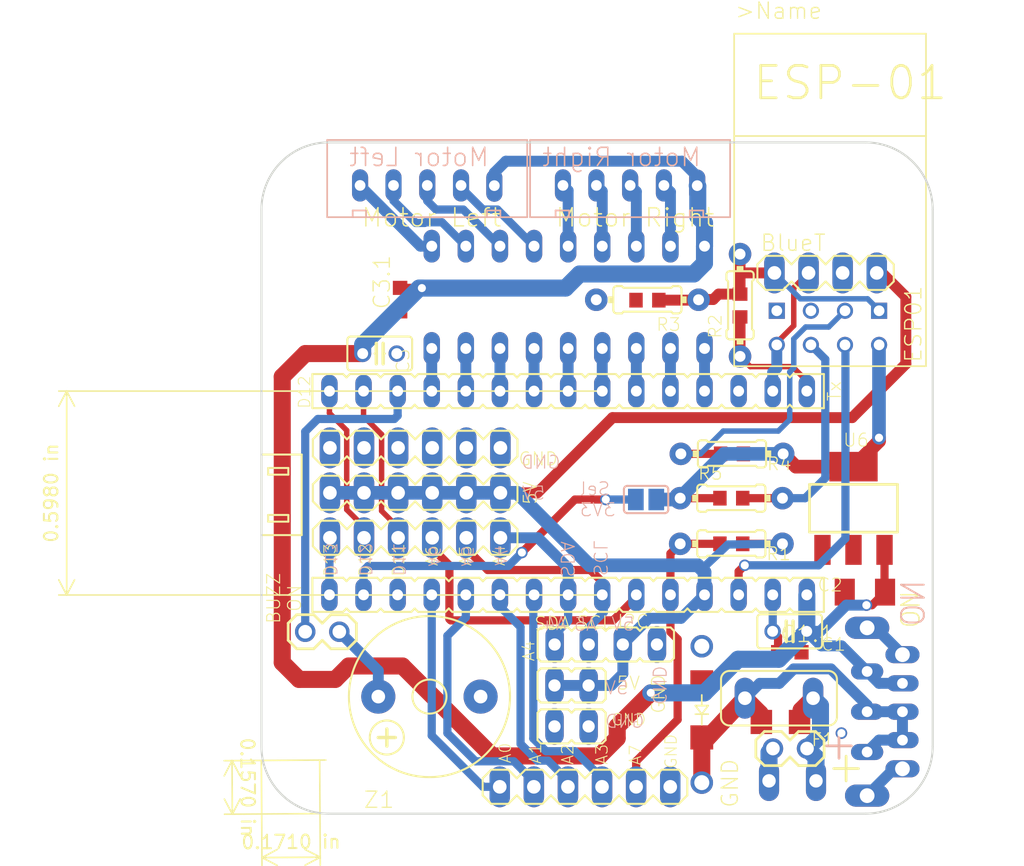
<source format=kicad_pcb>
(kicad_pcb (version 20171130) (host pcbnew 5.1.0-rc1-unknown-ec59361f~76~ubuntu18.04.1)
  (layers (0 Top signal) (31 Bottom signal) (34 B.Paste user) (35 F.Paste user) (36 B.SilkS user) (37 F.SilkS user) (38 B.Mask user) (39 F.Mask user) (44 Edge.Cuts user))
  (net 0 "")
  (net 1 GND)
  (net 2 /ML1)
  (net 3 /ML2)
  (net 4 /ML3)
  (net 5 /ML4)
  (net 6 /MR1)
  (net 7 /MR2)
  (net 8 /MR3)
  (net 9 /MR4)
  (net 10 /RAW)
  (net 11 /D5)
  (net 12 /D4)
  (net 13 /D6)
  (net 14 /D7)
  (net 15 /D2)
  (net 16 /D3)
  (net 17 /D8)
  (net 18 /D9)
  (net 19 "Net-(JP1-Pad1)")
  (net 20 /5V)
  (net 21 /RX)
  (net 22 /TX3V3)
  (net 23 /3V3)
  (net 24 "Net-(R5-Pad2)")
  (net 25 /RST)
  (net 26 /CH)
  (net 27 /VIN)
  (net 28 /N$6)
  (net 29 /N$9)
  (net 30 /D13)
  (net 31 /3.3V)
  (net 32 /A0)
  (net 33 /A1)
  (net 34 /A2)
  (net 35 /A3)
  (net 36 /A4)
  (net 37 /A5)
  (net 38 /A6)
  (net 39 /A7)
  (net 40 /D12)
  (net 41 /D11)
  (net 42 /D10)
  (net 43 /TX)
  (net 44 "Net-(F1-Pad1)")
  (module Escorna_CPU_1_20:DIL18 (layer Top) (at 146.3456 91.5421)
    (fp_text reference IC1)
    (fp_text value ULN2803)
    (pad 18 thru_hole oval (at -10.16 -3.81 90) (size 2.4384 1.2192) (drill 0.8128) (layers *.Cu *.Mask) (net 2 /ML1))
    (pad 17 thru_hole oval (at -7.62 -3.81 90) (size 2.4384 1.2192) (drill 0.8128) (layers *.Cu *.Mask) (net 3 /ML2))
    (pad 16 thru_hole oval (at -5.08 -3.81 90) (size 2.4384 1.2192) (drill 0.8128) (layers *.Cu *.Mask) (net 4 /ML3))
    (pad 15 thru_hole oval (at -2.54 -3.81 90) (size 2.4384 1.2192) (drill 0.8128) (layers *.Cu *.Mask) (net 5 /ML4))
    (pad 14 thru_hole oval (at 0 -3.81 90) (size 2.4384 1.2192) (drill 0.8128) (layers *.Cu *.Mask) (net 6 /MR1))
    (pad 13 thru_hole oval (at 2.54 -3.81 90) (size 2.4384 1.2192) (drill 0.8128) (layers *.Cu *.Mask) (net 7 /MR2))
    (pad 12 thru_hole oval (at 5.08 -3.81 90) (size 2.4384 1.2192) (drill 0.8128) (layers *.Cu *.Mask) (net 8 /MR3))
    (pad 11 thru_hole oval (at 7.62 -3.81 90) (size 2.4384 1.2192) (drill 0.8128) (layers *.Cu *.Mask) (net 9 /MR4))
    (pad 10 thru_hole oval (at 10.16 -3.81 90) (size 2.4384 1.2192) (drill 0.8128) (layers *.Cu *.Mask) (net 10 /RAW))
    (pad 9 thru_hole oval (at 10.16 3.81 90) (size 2.4384 1.2192) (drill 0.8128) (layers *.Cu *.Mask) (net 1 GND))
    (pad 5 thru_hole oval (at 0 3.81 90) (size 2.4384 1.2192) (drill 0.8128) (layers *.Cu *.Mask) (net 11 /D5))
    (pad 6 thru_hole oval (at 2.54 3.81 90) (size 2.4384 1.2192) (drill 0.8128) (layers *.Cu *.Mask) (net 12 /D4))
    (pad 4 thru_hole oval (at -2.54 3.81 90) (size 2.4384 1.2192) (drill 0.8128) (layers *.Cu *.Mask) (net 13 /D6))
    (pad 3 thru_hole oval (at -5.08 3.81 90) (size 2.4384 1.2192) (drill 0.8128) (layers *.Cu *.Mask) (net 14 /D7))
    (pad 8 thru_hole oval (at 7.62 3.81 90) (size 2.4384 1.2192) (drill 0.8128) (layers *.Cu *.Mask) (net 15 /D2))
    (pad 7 thru_hole oval (at 5.08 3.81 90) (size 2.4384 1.2192) (drill 0.8128) (layers *.Cu *.Mask) (net 16 /D3))
    (pad 2 thru_hole oval (at -7.62 3.81 90) (size 2.4384 1.2192) (drill 0.8128) (layers *.Cu *.Mask) (net 17 /D8))
    (pad 1 thru_hole oval (at -10.16 3.81 90) (size 2.4384 1.2192) (drill 0.8128) (layers *.Cu *.Mask) (net 18 /D9))
  )
  (module Escorna_CPU_1_20:DO41-10 (layer Top) (at 156.3011 122.6136 90)
    (fp_text reference D1)
    (fp_text value 1N5817 hide)
    (pad C thru_hole circle (at -5.08 0 90) (size 1.6764 1.6764) (drill 1.1176) (layers *.Cu *.Mask) (net 27 /VIN))
    (pad A thru_hole circle (at 5.08 0 90) (size 1.6764 1.6764) (drill 1.1176) (layers *.Cu *.Mask) (net 1 GND))
  )
  (module Escorna_CPU_1_20:AK550_2 (layer Top) (at 163.0591 127.5601 180)
    (fp_text reference X1.1 hide)
    (fp_text value AK550_2 hide)
    (pad 1 thru_hole oval (at -1.75 0 270) (size 3 1.5) (drill 1) (layers *.Cu *.Mask) (net 44 "Net-(F1-Pad1)"))
    (pad 2 thru_hole oval (at 1.75 0 270) (size 3 1.5) (drill 1) (layers *.Cu *.Mask) (net 1 GND))
  )
  (module Escorna_CPU_1_20:ESCORNA_SK-12F14-G (layer Top) (at 168.6171 122.4106 90)
    (fp_text reference S7)
    (fp_text value SK12F14 hide)
    (pad P$5 thru_hole oval (at 6.25 0 180) (size 3.3 1.65) (drill 1.1) (layers *.Cu *.Mask) (net 28 /N$6))
    (pad P$4 thru_hole oval (at -6.25 0 180) (size 3.3 1.65) (drill 1.1) (layers *.Cu *.Mask) (net 29 /N$9))
    (pad P$3 thru_hole oval (at -3 0 180) (size 2.4 1.2) (drill 0.8) (layers *.Cu *.Mask) (net 27 /VIN))
    (pad P$2 thru_hole oval (at 3 0 180) (size 2.4 1.2) (drill 0.8) (layers *.Cu *.Mask) (net 10 /RAW))
    (pad P$1 thru_hole oval (at 0 0 180) (size 2.4 1.2) (drill 0.8) (layers *.Cu *.Mask) (net 27 /VIN))
  )
  (module Escorna_CPU_1_20:ESCORNA_SK-12D07 (layer Top) (at 171.2491 122.4106 90)
    (fp_text reference S7.1 hide)
    (fp_text value SK12D07 hide)
    (pad P$5 thru_hole oval (at 4.25 0 180) (size 2.54 1.27) (drill 1.1) (layers *.Cu *.Mask) (net 28 /N$6))
    (pad P$4 thru_hole oval (at -4.25 0 180) (size 2.54 1.27) (drill 1.1) (layers *.Cu *.Mask) (net 29 /N$9))
    (pad P$3 thru_hole oval (at -2.115 0 180) (size 2.4 1.2) (drill 0.8) (layers *.Cu *.Mask) (net 27 /VIN))
    (pad P$2 thru_hole oval (at 2.115 0 180) (size 2.4 1.2) (drill 0.8) (layers *.Cu *.Mask) (net 10 /RAW))
    (pad P$1 thru_hole oval (at 0 0 180) (size 2.4 1.2) (drill 0.8) (layers *.Cu *.Mask) (net 27 /VIN))
  )
  (module Escorna_CPU_1_20:F_CM12P (layer Top) (at 136.0151 121.2836 180)
    (fp_text reference Z1 (at 2.54 -6.985) (layer F.SilkS) (effects (font (size 1.2065 1.2065) (thickness 0.09652)) (justify right top)))
    (fp_text value CFG12)
    (pad + thru_hole circle (at 3.81 0 180) (size 2.54 2.54) (drill 1.016) (layers *.Cu *.Mask) (net 19 "Net-(JP1-Pad1)"))
    (pad - thru_hole circle (at -3.81 0 180) (size 2.54 2.54) (drill 1.016) (layers *.Cu *.Mask) (net 1 GND))
  )
  (module Escorna_CPU_1_20:C025-025X050 (layer Top) (at 162.8466 116.4226 180)
    (fp_text reference C1 (at -2.286 -1.524) (layer F.SilkS) (effects (font (size 0.95 0.95) (thickness 0.076)) (justify left bottom)))
    (fp_text value 100nF)
    (pad 2 thru_hole circle (at 1.27 0 180) (size 1.2192 1.2192) (drill 0.8128) (layers *.Cu *.Mask) (net 1 GND))
    (pad 1 thru_hole circle (at -1.27 0 180) (size 1.2192 1.2192) (drill 0.8128) (layers *.Cu *.Mask) (net 10 /RAW))
  )
  (module Escorna_CPU_1_20:C025-025X050 (layer Top) (at 132.3121 95.7331 180)
    (fp_text reference C3 (at -2.286 -1.524 90) (layer F.SilkS) (effects (font (size 0.95 0.95) (thickness 0.076)) (justify left bottom)))
    (fp_text value 100nF hide)
    (pad 2 thru_hole circle (at 1.27 0 180) (size 1.2192 1.2192) (drill 0.8128) (layers *.Cu *.Mask) (net 10 /RAW))
    (pad 1 thru_hole circle (at -1.27 0 180) (size 1.2192 1.2192) (drill 0.8128) (layers *.Cu *.Mask) (net 1 GND))
  )
  (module Escorna_CPU_1_20:MA04-1 (layer Top) (at 165.5226 89.7236)
    (fp_text reference U3 hide)
    (fp_text value MA04-1)
    (pad 4 thru_hole oval (at 3.81 0 90) (size 3.048 1.524) (drill 1.016) (layers *.Cu *.Mask) (net 20 /5V))
    (pad 3 thru_hole oval (at 1.27 0 90) (size 3.048 1.524) (drill 1.016) (layers *.Cu *.Mask) (net 1 GND))
    (pad 2 thru_hole oval (at -1.27 0 90) (size 3.048 1.524) (drill 1.016) (layers *.Cu *.Mask) (net 21 /RX))
    (pad 1 thru_hole oval (at -3.81 0 90) (size 3.048 1.524) (drill 1.016) (layers *.Cu *.Mask) (net 22 /TX3V3))
  )
  (module Escorna_CPU_1_20:B5B-XH-A (layer Bottom) (at 135.6776 83.0331 180)
    (fp_text reference XH1 hide)
    (fp_text value B5B-XH-A)
    (pad P$5 thru_hole oval (at 4.83 -0.175 90) (size 2.4 1.2) (drill 0.8) (layers *.Cu *.Mask) (net 2 /ML1))
    (pad P$4 thru_hole oval (at 2.34 -0.175 90) (size 2.4 1.2) (drill 0.8) (layers *.Cu *.Mask) (net 3 /ML2))
    (pad P$3 thru_hole oval (at -0.175 -0.175 90) (size 2.4 1.2) (drill 0.8) (layers *.Cu *.Mask) (net 4 /ML3))
    (pad P$2 thru_hole oval (at -2.69 -0.175 90) (size 2.4 1.2) (drill 0.8) (layers *.Cu *.Mask) (net 5 /ML4))
    (pad P$1 thru_hole oval (at -5.17 -0.19 90) (size 2.4 1.2) (drill 0.8) (layers *.Cu *.Mask) (net 10 /RAW))
  )
  (module Escorna_CPU_1_20:B5B-XH-A (layer Bottom) (at 150.7906 83.0331 180)
    (fp_text reference XH2 hide)
    (fp_text value B5B-XH-A)
    (pad P$5 thru_hole oval (at 4.83 -0.175 90) (size 2.4 1.2) (drill 0.8) (layers *.Cu *.Mask) (net 6 /MR1))
    (pad P$4 thru_hole oval (at 2.34 -0.175 90) (size 2.4 1.2) (drill 0.8) (layers *.Cu *.Mask) (net 7 /MR2))
    (pad P$3 thru_hole oval (at -0.175 -0.175 90) (size 2.4 1.2) (drill 0.8) (layers *.Cu *.Mask) (net 8 /MR3))
    (pad P$2 thru_hole oval (at -2.69 -0.175 90) (size 2.4 1.2) (drill 0.8) (layers *.Cu *.Mask) (net 9 /MR4))
    (pad P$1 thru_hole oval (at -5.17 -0.19 90) (size 2.4 1.2) (drill 0.8) (layers *.Cu *.Mask) (net 10 /RAW))
  )
  (module Escorna_CPU_1_20:ESP01 (layer Top) (at 165.7131 86.9066)
    (fp_text reference U2 hide)
    (fp_text value ESP01 hide)
    (fp_text user >Name (at -7 -16) (layer F.SilkS) (effects (font (size 1.2065 1.2065) (thickness 0.1016)) (justify left bottom)))
    (fp_text user ESP-01 (at -5.73 -9.92) (layer F.SilkS) (effects (font (size 2.413 2.413) (thickness 0.2032)) (justify left bottom)))
    (pad VCC thru_hole circle (at 3.795 8.1775 270) (size 1.2 1.2) (drill 0.8) (layers *.Cu *.Mask) (net 23 /3V3))
    (pad TX thru_hole circle (at -3.825 8.1775 270) (size 1.2 1.2) (drill 0.8) (layers *.Cu *.Mask) (net 21 /RX))
    (pad CH_PD thru_hole circle (at -1.285 8.1775 270) (size 1.2 1.2) (drill 0.8) (layers *.Cu *.Mask) (net 24 "Net-(R5-Pad2)"))
    (pad RST thru_hole circle (at 1.255 8.1775 270) (size 1.2 1.2) (drill 0.8) (layers *.Cu *.Mask) (net 25 /RST))
    (pad GPIO0 thru_hole circle (at 1.255 5.6375 270) (size 1.2 1.2) (drill 0.8) (layers *.Cu *.Mask) (net 26 /CH))
    (pad GPIO2 thru_hole circle (at -1.285 5.6375 270) (size 1.2 1.2) (drill 0.8) (layers *.Cu *.Mask))
    (pad RX thru_hole rect (at 3.795 5.6375 270) (size 1.2 1.2) (drill 0.8) (layers *.Cu *.Mask) (net 22 /TX3V3))
    (pad GND thru_hole rect (at -3.825 5.6375 270) (size 1.2 1.2) (drill 0.8) (layers *.Cu *.Mask) (net 1 GND))
  )
  (module Escorna_CPU_1_20:C0603K (layer Top) (at 133.8281 91.7131 90)
    (fp_text reference C3.1 (at -0.8 -0.65 90) (layer F.SilkS) (effects (font (size 1.2065 1.2065) (thickness 0.09652)) (justify left bottom)))
    (fp_text value 100nF)
    (pad 2 smd rect (at 0.875 0 90) (size 1.05 1.08) (layers Top F.Paste F.Mask) (net 10 /RAW))
    (pad 1 smd rect (at -0.875 0 90) (size 1.05 1.08) (layers Top F.Paste F.Mask) (net 1 GND))
  )
  (module Escorna_CPU_1_20:C0603K (layer Top) (at 162.8566 117.9796)
    (fp_text reference C1.1 (at -0.8 -0.65) (layer F.SilkS) (effects (font (size 1.2065 1.2065) (thickness 0.09652)) (justify left bottom)))
    (fp_text value 100nF hide)
    (pad 2 smd rect (at 0.875 0) (size 1.05 1.08) (layers Top F.Paste F.Mask) (net 10 /RAW))
    (pad 1 smd rect (at -0.875 0) (size 1.05 1.08) (layers Top F.Paste F.Mask) (net 1 GND))
  )
  (module Escorna_CPU_1_20:SMA-DO214AC (layer Top) (at 156.3011 122.2736 270)
    (fp_text reference D1.1 hide)
    (fp_text value M7 hide)
    (pad K smd rect (at 2.05 0 270) (size 1.8 1.7) (layers Top F.Paste F.Mask) (net 27 /VIN))
    (pad A smd rect (at -2.05 0 270) (size 1.8 1.7) (layers Top F.Paste F.Mask) (net 1 GND))
  )
  (module Escorna_CPU_1_20:CON-LSTA_FE15 (layer Top) (at 146.3456 113.7036 180)
    (fp_text reference SV2 hide)
    (fp_text value "1x15 SOCKET STRIP" hide)
    (pad 15 thru_hole oval (at 17.78 0 270) (size 2.4384 1.2192) (drill 0.8128) (layers *.Cu *.Mask) (net 30 /D13))
    (pad 14 thru_hole oval (at 15.24 0 270) (size 2.4384 1.2192) (drill 0.8128) (layers *.Cu *.Mask) (net 31 /3.3V))
    (pad 13 thru_hole oval (at 12.7 0 270) (size 2.4384 1.2192) (drill 0.8128) (layers *.Cu *.Mask))
    (pad 12 thru_hole oval (at 10.16 0 270) (size 2.4384 1.2192) (drill 0.8128) (layers *.Cu *.Mask) (net 32 /A0))
    (pad 11 thru_hole oval (at 7.62 0 270) (size 2.4384 1.2192) (drill 0.8128) (layers *.Cu *.Mask) (net 33 /A1))
    (pad 10 thru_hole oval (at 5.08 0 270) (size 2.4384 1.2192) (drill 0.8128) (layers *.Cu *.Mask) (net 34 /A2))
    (pad 9 thru_hole oval (at 2.54 0 270) (size 2.4384 1.2192) (drill 0.8128) (layers *.Cu *.Mask) (net 35 /A3))
    (pad 8 thru_hole oval (at 0 0 270) (size 2.4384 1.2192) (drill 0.8128) (layers *.Cu *.Mask) (net 36 /A4))
    (pad 7 thru_hole oval (at -2.54 0 270) (size 2.4384 1.2192) (drill 0.8128) (layers *.Cu *.Mask) (net 37 /A5))
    (pad 6 thru_hole oval (at -5.08 0 270) (size 2.4384 1.2192) (drill 0.8128) (layers *.Cu *.Mask) (net 38 /A6))
    (pad 5 thru_hole oval (at -7.62 0 270) (size 2.4384 1.2192) (drill 0.8128) (layers *.Cu *.Mask) (net 39 /A7))
    (pad 4 thru_hole oval (at -10.16 0 270) (size 2.4384 1.2192) (drill 0.8128) (layers *.Cu *.Mask) (net 20 /5V))
    (pad 3 thru_hole oval (at -12.7 0 270) (size 2.4384 1.2192) (drill 0.8128) (layers *.Cu *.Mask) (net 25 /RST))
    (pad 2 thru_hole oval (at -15.24 0 270) (size 2.4384 1.2192) (drill 0.8128) (layers *.Cu *.Mask) (net 1 GND))
    (pad 1 thru_hole oval (at -17.78 0 270) (size 2.4384 1.2192) (drill 0.8128) (layers *.Cu *.Mask) (net 10 /RAW))
  )
  (module Escorna_CPU_1_20:CON-LSTA_FE15 (layer Top) (at 146.3456 98.5271 180)
    (fp_text reference SV1 hide)
    (fp_text value "1x15 SOCKET STRIP" hide)
    (pad 15 thru_hole oval (at 17.78 0 270) (size 2.4384 1.2192) (drill 0.8128) (layers *.Cu *.Mask) (net 40 /D12))
    (pad 14 thru_hole oval (at 15.24 0 270) (size 2.4384 1.2192) (drill 0.8128) (layers *.Cu *.Mask) (net 41 /D11))
    (pad 13 thru_hole oval (at 12.7 0 270) (size 2.4384 1.2192) (drill 0.8128) (layers *.Cu *.Mask) (net 42 /D10))
    (pad 12 thru_hole oval (at 10.16 0 270) (size 2.4384 1.2192) (drill 0.8128) (layers *.Cu *.Mask) (net 18 /D9))
    (pad 11 thru_hole oval (at 7.62 0 270) (size 2.4384 1.2192) (drill 0.8128) (layers *.Cu *.Mask) (net 17 /D8))
    (pad 10 thru_hole oval (at 5.08 0 270) (size 2.4384 1.2192) (drill 0.8128) (layers *.Cu *.Mask) (net 14 /D7))
    (pad 9 thru_hole oval (at 2.54 0 270) (size 2.4384 1.2192) (drill 0.8128) (layers *.Cu *.Mask) (net 13 /D6))
    (pad 8 thru_hole oval (at 0 0 270) (size 2.4384 1.2192) (drill 0.8128) (layers *.Cu *.Mask) (net 11 /D5))
    (pad 7 thru_hole oval (at -2.54 0 270) (size 2.4384 1.2192) (drill 0.8128) (layers *.Cu *.Mask) (net 12 /D4))
    (pad 6 thru_hole oval (at -5.08 0 270) (size 2.4384 1.2192) (drill 0.8128) (layers *.Cu *.Mask) (net 16 /D3))
    (pad 5 thru_hole oval (at -7.62 0 270) (size 2.4384 1.2192) (drill 0.8128) (layers *.Cu *.Mask) (net 15 /D2))
    (pad 4 thru_hole oval (at -10.16 0 270) (size 2.4384 1.2192) (drill 0.8128) (layers *.Cu *.Mask) (net 1 GND))
    (pad 3 thru_hole oval (at -12.7 0 270) (size 2.4384 1.2192) (drill 0.8128) (layers *.Cu *.Mask))
    (pad 2 thru_hole oval (at -15.24 0 270) (size 2.4384 1.2192) (drill 0.8128) (layers *.Cu *.Mask) (net 21 /RX))
    (pad 1 thru_hole oval (at -17.78 0 270) (size 2.4384 1.2192) (drill 0.8128) (layers *.Cu *.Mask) (net 43 /TX))
  )
  (module Escorna_CPU_1_20:R1206 (layer Top) (at 162.1611 123.1736 180)
    (fp_text reference F1.1 hide)
    (fp_text value "PolySwitch " hide)
    (pad 1 smd rect (at -1.422 0 180) (size 1.6 1.803) (layers Top F.Paste F.Mask) (net 44 "Net-(F1-Pad1)"))
    (pad 2 smd rect (at 1.422 0 180) (size 1.6 1.803) (layers Top F.Paste F.Mask) (net 27 /VIN))
  )
  (module Escorna_CPU_1_20:R0603 (layer Top) (at 159.1511 92.1536 90)
    (fp_text reference R2.1 hide)
    (fp_text value 10K hide)
    (pad 2 smd rect (at 0.85 0 90) (size 1 1.1) (layers Top F.Paste F.Mask) (net 22 /TX3V3))
    (pad 1 smd rect (at -0.85 0 90) (size 1 1.1) (layers Top F.Paste F.Mask) (net 43 /TX))
  )
  (module Escorna_CPU_1_20:R0603 (layer Top) (at 152.2511 91.7536)
    (fp_text reference R3.1 hide)
    (fp_text value 18K hide)
    (pad 2 smd rect (at 0.85 0) (size 1 1.1) (layers Top F.Paste F.Mask) (net 22 /TX3V3))
    (pad 1 smd rect (at -0.85 0) (size 1 1.1) (layers Top F.Paste F.Mask) (net 1 GND))
  )
  (module Escorna_CPU_1_20:0204_7 (layer Top) (at 159.1511 92.1336 90)
    (fp_text reference R2 (at -2.54 -1.2954 90) (layer F.SilkS) (effects (font (size 0.94107 0.94107) (thickness 0.075285)) (justify left bottom)))
    (fp_text value 10K)
    (pad 2 thru_hole circle (at 3.81 0 90) (size 1.6764 1.6764) (drill 0.8128) (layers *.Cu *.Mask) (net 22 /TX3V3))
    (pad 1 thru_hole circle (at -3.81 0 90) (size 1.6764 1.6764) (drill 0.8128) (layers *.Cu *.Mask) (net 43 /TX))
  )
  (module Escorna_CPU_1_20:0204_7 (layer Top) (at 152.2511 91.7236 180)
    (fp_text reference R3 (at -2.54 -1.2954) (layer F.SilkS) (effects (font (size 0.94107 0.94107) (thickness 0.075285)) (justify right top)))
    (fp_text value 18K)
    (pad 2 thru_hole circle (at 3.81 0 180) (size 1.6764 1.6764) (drill 0.8128) (layers *.Cu *.Mask) (net 1 GND))
    (pad 1 thru_hole circle (at -3.81 0 180) (size 1.6764 1.6764) (drill 0.8128) (layers *.Cu *.Mask) (net 22 /TX3V3))
  )
  (module Escorna_CPU_1_20:TE5 (layer Top) (at 162.0511 121.4036 180)
    (fp_text reference F1 (at -4.191 -2.54) (layer F.SilkS) (effects (font (size 0.95 0.95) (thickness 0.095)) (justify right top)))
    (fp_text value PFRA.050 hide)
    (pad 2 thru_hole oval (at 2.54 0 270) (size 3.048 1.524) (drill 1.016) (layers *.Cu *.Mask) (net 27 /VIN))
    (pad 1 thru_hole oval (at -2.54 0 270) (size 3.048 1.524) (drill 1.016) (layers *.Cu *.Mask) (net 44 "Net-(F1-Pad1)"))
  )
  (module Escorna_CPU_1_20:1X02 (layer Top) (at 129.3011 116.4536 180)
    (fp_text reference JP1 hide)
    (fp_text value JP1E)
    (pad 2 thru_hole circle (at 2.54 0 270) (size 1.524 1.524) (drill 1.016) (layers *.Cu *.Mask) (net 42 /D10))
    (pad 1 thru_hole circle (at 0 0 270) (size 1.524 1.524) (drill 1.016) (layers *.Cu *.Mask) (net 19 "Net-(JP1-Pad1)"))
  )
  (module Escorna_CPU_1_20:1X02 (layer Top) (at 161.6011 125.1536)
    (fp_text reference JP2 hide)
    (fp_text value JP1E)
    (pad 2 thru_hole circle (at 2.54 0 90) (size 1.524 1.524) (drill 1.016) (layers *.Cu *.Mask) (net 44 "Net-(F1-Pad1)"))
    (pad 1 thru_hole circle (at 0 0 90) (size 1.524 1.524) (drill 1.016) (layers *.Cu *.Mask) (net 1 GND))
  )
  (module Escorna_CPU_1_20:SOT223 (layer Top) (at 167.6011 107.2536)
    (fp_text reference U6 (at -0.8255 -4.5085) (layer F.SilkS) (effects (font (size 0.9652 0.9652) (thickness 0.077216)) (justify left bottom)))
    (fp_text value 1117-3.3)
    (pad 4 smd rect (at 0 -3.099) (size 3.6 2.2) (layers Top F.Paste F.Mask) (net 23 /3V3))
    (pad 3 smd rect (at 2.3114 3.0988) (size 1.2192 2.2352) (layers Top F.Paste F.Mask) (net 10 /RAW))
    (pad 2 smd rect (at 0 3.0988) (size 1.2192 2.2352) (layers Top F.Paste F.Mask))
    (pad 1 smd rect (at -2.3114 3.0988) (size 1.2192 2.2352) (layers Top F.Paste F.Mask) (net 1 GND))
  )
  (module Escorna_CPU_1_20:C1206K (layer Top) (at 168.4511 113.5036)
    (fp_text reference C2 (at -1.6 -1.1) (layer F.SilkS) (effects (font (size 0.9652 0.9652) (thickness 0.077216)) (justify right top)))
    (fp_text value 1uF)
    (pad 2 smd rect (at 1.5 0) (size 1.5 2) (layers Top F.Paste F.Mask) (net 10 /RAW))
    (pad 1 smd rect (at -1.5 0) (size 1.5 2) (layers Top F.Paste F.Mask) (net 1 GND))
  )
  (module Escorna_CPU_1_20:SJ (layer Bottom) (at 152.1511 106.6036 180)
    (fp_text reference SJ1 hide)
    (fp_text value SJ)
    (pad 2 smd rect (at 0.762 0 180) (size 1.1684 1.6002) (layers Bottom B.Paste B.Mask) (net 31 /3.3V))
    (pad 1 smd rect (at -0.762 0 180) (size 1.1684 1.6002) (layers Bottom B.Paste B.Mask) (net 23 /3V3))
  )
  (module Escorna_CPU_1_20:MA06-1 (layer Top) (at 147.6011 128.0036)
    (fp_text reference SV6 hide)
    (fp_text value MA06-1)
    (pad 6 thru_hole oval (at 6.35 0 90) (size 3.048 1.524) (drill 1.016) (layers *.Cu *.Mask) (net 1 GND))
    (pad 5 thru_hole oval (at 3.81 0 90) (size 3.048 1.524) (drill 1.016) (layers *.Cu *.Mask) (net 39 /A7))
    (pad 4 thru_hole oval (at 1.27 0 90) (size 3.048 1.524) (drill 1.016) (layers *.Cu *.Mask) (net 35 /A3))
    (pad 3 thru_hole oval (at -1.27 0 90) (size 3.048 1.524) (drill 1.016) (layers *.Cu *.Mask) (net 34 /A2))
    (pad 2 thru_hole oval (at -3.81 0 90) (size 3.048 1.524) (drill 1.016) (layers *.Cu *.Mask) (net 33 /A1))
    (pad 1 thru_hole oval (at -6.35 0 90) (size 3.048 1.524) (drill 1.016) (layers *.Cu *.Mask) (net 32 /A0))
  )
  (module Escorna_CPU_1_20:0204_7 (layer Top) (at 158.5511 103.2036 180)
    (fp_text reference R4 (at -2.54 -1.2954) (layer F.SilkS) (effects (font (size 0.94107 0.94107) (thickness 0.094107)) (justify left bottom)))
    (fp_text value 10K)
    (pad 2 thru_hole circle (at 3.81 0 180) (size 1.6764 1.6764) (drill 0.8128) (layers *.Cu *.Mask) (net 26 /CH))
    (pad 1 thru_hole circle (at -3.81 0 180) (size 1.6764 1.6764) (drill 0.8128) (layers *.Cu *.Mask) (net 23 /3V3))
  )
  (module Escorna_CPU_1_20:R0603 (layer Top) (at 158.5511 103.2036 180)
    (fp_text reference R4.1 hide)
    (fp_text value 10K hide)
    (pad 2 smd rect (at 0.85 0 180) (size 1 1.1) (layers Top F.Paste F.Mask) (net 26 /CH))
    (pad 1 smd rect (at -0.85 0 180) (size 1 1.1) (layers Top F.Paste F.Mask) (net 23 /3V3))
  )
  (module Escorna_CPU_1_20:0204_7 (layer Top) (at 158.5011 106.5036)
    (fp_text reference R5 (at -2.54 -1.2954) (layer F.SilkS) (effects (font (size 0.94107 0.94107) (thickness 0.094107)) (justify left bottom)))
    (fp_text value 10K)
    (pad 2 thru_hole circle (at 3.81 0) (size 1.6764 1.6764) (drill 0.8128) (layers *.Cu *.Mask) (net 24 "Net-(R5-Pad2)"))
    (pad 1 thru_hole circle (at -3.81 0) (size 1.6764 1.6764) (drill 0.8128) (layers *.Cu *.Mask) (net 23 /3V3))
  )
  (module Escorna_CPU_1_20:R0603 (layer Top) (at 158.5011 106.5036)
    (fp_text reference R5.1 hide)
    (fp_text value 10K hide)
    (pad 2 smd rect (at 0.85 0) (size 1 1.1) (layers Top F.Paste F.Mask) (net 24 "Net-(R5-Pad2)"))
    (pad 1 smd rect (at -0.85 0) (size 1 1.1) (layers Top F.Paste F.Mask) (net 23 /3V3))
  )
  (module Escorna_CPU_1_20:R0603 (layer Top) (at 158.5011 109.9036 180)
    (fp_text reference R1.1 hide)
    (fp_text value 10K)
    (pad 2 smd rect (at 0.85 0 180) (size 1 1.1) (layers Top F.Paste F.Mask) (net 39 /A7))
    (pad 1 smd rect (at -0.85 0 180) (size 1 1.1) (layers Top F.Paste F.Mask) (net 20 /5V))
  )
  (module Escorna_CPU_1_20:0204_7 (layer Top) (at 158.5011 109.9036 180)
    (fp_text reference R1 (at -2.54 -1.2954) (layer F.SilkS) (effects (font (size 0.94107 0.94107) (thickness 0.094107)) (justify left bottom)))
    (fp_text value 10K hide)
    (pad 2 thru_hole circle (at 3.81 0 180) (size 1.6764 1.6764) (drill 0.8128) (layers *.Cu *.Mask) (net 39 /A7))
    (pad 1 thru_hole circle (at -3.81 0 180) (size 1.6764 1.6764) (drill 0.8128) (layers *.Cu *.Mask) (net 20 /5V))
  )
  (module Escorna_CPU_1_20:MA06-1 (layer Top) (at 134.9511 109.4536 180)
    (fp_text reference SV3 hide)
    (fp_text value MA06-1)
    (pad 6 thru_hole oval (at 6.35 0 270) (size 3.048 1.524) (drill 1.016) (layers *.Cu *.Mask) (net 30 /D13))
    (pad 5 thru_hole oval (at 3.81 0 270) (size 3.048 1.524) (drill 1.016) (layers *.Cu *.Mask) (net 40 /D12))
    (pad 4 thru_hole oval (at 1.27 0 270) (size 3.048 1.524) (drill 1.016) (layers *.Cu *.Mask) (net 41 /D11))
    (pad 3 thru_hole oval (at -1.27 0 270) (size 3.048 1.524) (drill 1.016) (layers *.Cu *.Mask) (net 38 /A6))
    (pad 2 thru_hole oval (at -3.81 0 270) (size 3.048 1.524) (drill 1.016) (layers *.Cu *.Mask) (net 37 /A5))
    (pad 1 thru_hole oval (at -6.35 0 270) (size 3.048 1.524) (drill 1.016) (layers *.Cu *.Mask) (net 36 /A4))
  )
  (module Escorna_CPU_1_20:MA06-1 (layer Top) (at 134.9511 106.1036)
    (fp_text reference SV4 hide)
    (fp_text value MA06-1)
    (pad 6 thru_hole oval (at 6.35 0 90) (size 3.048 1.524) (drill 1.016) (layers *.Cu *.Mask) (net 20 /5V))
    (pad 5 thru_hole oval (at 3.81 0 90) (size 3.048 1.524) (drill 1.016) (layers *.Cu *.Mask) (net 20 /5V))
    (pad 4 thru_hole oval (at 1.27 0 90) (size 3.048 1.524) (drill 1.016) (layers *.Cu *.Mask) (net 20 /5V))
    (pad 3 thru_hole oval (at -1.27 0 90) (size 3.048 1.524) (drill 1.016) (layers *.Cu *.Mask) (net 20 /5V))
    (pad 2 thru_hole oval (at -3.81 0 90) (size 3.048 1.524) (drill 1.016) (layers *.Cu *.Mask) (net 20 /5V))
    (pad 1 thru_hole oval (at -6.35 0 90) (size 3.048 1.524) (drill 1.016) (layers *.Cu *.Mask) (net 20 /5V))
  )
  (module Escorna_CPU_1_20:MA06-1 (layer Top) (at 134.9511 102.7536)
    (fp_text reference SV5 hide)
    (fp_text value MA06-1)
    (pad 6 thru_hole oval (at 6.35 0 90) (size 3.048 1.524) (drill 1.016) (layers *.Cu *.Mask) (net 1 GND))
    (pad 5 thru_hole oval (at 3.81 0 90) (size 3.048 1.524) (drill 1.016) (layers *.Cu *.Mask) (net 1 GND))
    (pad 4 thru_hole oval (at 1.27 0 90) (size 3.048 1.524) (drill 1.016) (layers *.Cu *.Mask) (net 1 GND))
    (pad 3 thru_hole oval (at -1.27 0 90) (size 3.048 1.524) (drill 1.016) (layers *.Cu *.Mask) (net 1 GND))
    (pad 2 thru_hole oval (at -3.81 0 90) (size 3.048 1.524) (drill 1.016) (layers *.Cu *.Mask) (net 1 GND))
    (pad 1 thru_hole oval (at -6.35 0 90) (size 3.048 1.524) (drill 1.016) (layers *.Cu *.Mask) (net 1 GND))
  )
  (module Escorna_CPU_1_20:JP1 (layer Top) (at 146.6011 120.4536 90)
    (fp_text reference JP3 hide)
    (fp_text value JP1E)
    (pad 2 thru_hole oval (at 0 -1.27 90) (size 2.7432 1.3716) (drill 0.9144) (layers *.Cu *.Mask) (net 20 /5V))
    (pad 1 thru_hole oval (at 0 1.27 90) (size 2.7432 1.3716) (drill 0.9144) (layers *.Cu *.Mask) (net 20 /5V))
  )
  (module Escorna_CPU_1_20:JP1 (layer Top) (at 146.6011 123.5036 90)
    (fp_text reference JP4 hide)
    (fp_text value JP1E)
    (pad 2 thru_hole oval (at 0 -1.27 90) (size 2.7432 1.3716) (drill 0.9144) (layers *.Cu *.Mask) (net 1 GND))
    (pad 1 thru_hole oval (at 0 1.27 90) (size 2.7432 1.3716) (drill 0.9144) (layers *.Cu *.Mask) (net 1 GND))
  )
  (module Escorna_CPU_1_20:JP4 (layer Top) (at 149.1511 117.4036)
    (fp_text reference JP5 hide)
    (fp_text value JP4E)
    (pad 4 thru_hole oval (at 3.81 0 90) (size 2.7432 1.3716) (drill 0.9144) (layers *.Cu *.Mask) (net 1 GND))
    (pad 3 thru_hole oval (at 1.27 0 90) (size 2.7432 1.3716) (drill 0.9144) (layers *.Cu *.Mask) (net 20 /5V))
    (pad 2 thru_hole oval (at -1.27 0 90) (size 2.7432 1.3716) (drill 0.9144) (layers *.Cu *.Mask) (net 37 /A5))
    (pad 1 thru_hole oval (at -3.81 0 90) (size 2.7432 1.3716) (drill 0.9144) (layers *.Cu *.Mask) (net 36 /A4))
  )
  (dimension 4.343474 (width 0.12) (layer F.SilkS) (gr_text "4.343 mm" (at 125.716113 134.531357 0.3350592186) (layer F.SilkS) (effects (font (size 1 1) (thickness 0.15)))) (feature1 (pts (xy 127.8382 126.0348) (xy 127.883816 133.835089))) (feature2 (pts (xy 123.4948 126.0602) (xy 123.540416 133.860489))) (crossbar (pts (xy 123.536986 133.274079) (xy 127.880386 133.248679))) (arrow1a (pts (xy 127.880386 133.248679) (xy 126.757331 133.841677))) (arrow1b (pts (xy 127.880386 133.248679) (xy 126.750472 132.668856))) (arrow2a (pts (xy 123.536986 133.274079) (xy 124.6669 133.853902))) (arrow2b (pts (xy 123.536986 133.274079) (xy 124.660041 132.681081))))
  (dimension 3.987881 (width 0.12) (layer F.SilkS) (gr_text "3.988 mm" (at 120.052116 128.055886 -89.63506366) (layer F.SilkS) (effects (font (size 1 1) (thickness 0.15)))) (feature1 (pts (xy 128.2954 126.0094) (xy 120.722981 126.057632))) (feature2 (pts (xy 128.3208 129.9972) (xy 120.748381 130.045432))) (crossbar (pts (xy 121.33479 130.041697) (xy 121.30939 126.053897))) (arrow1a (pts (xy 121.30939 126.053897) (xy 121.902974 127.176643))) (arrow1b (pts (xy 121.30939 126.053897) (xy 120.730156 127.184113))) (arrow2a (pts (xy 121.33479 130.041697) (xy 121.914024 128.911481))) (arrow2b (pts (xy 121.33479 130.041697) (xy 120.741206 128.918951))))
  (dimension 15.1892 (width 0.12) (layer F.SilkS) (gr_text "15.189 mm" (at 107.7214 106.1212 270) (layer F.SilkS) (effects (font (size 1 1) (thickness 0.15)))) (feature1 (pts (xy 148.8948 113.7158) (xy 108.404979 113.7158))) (feature2 (pts (xy 148.8948 98.5266) (xy 108.404979 98.5266))) (crossbar (pts (xy 108.9914 98.5266) (xy 108.9914 113.7158))) (arrow1a (pts (xy 108.9914 113.7158) (xy 108.404979 112.589296))) (arrow1b (pts (xy 108.9914 113.7158) (xy 109.577821 112.589296))) (arrow2a (pts (xy 108.9914 98.5266) (xy 108.404979 99.653104))) (arrow2b (pts (xy 108.9914 98.5266) (xy 109.577821 99.653104))))
  (gr_text "BUZZ\nON" (at 125.1861 113.9561 90) (layer F.SilkS) (effects (font (size 0.9652 0.9652) (thickness 0.08128))))
  (gr_text ON (at 172.6501 116.2791 90) (layer F.SilkS) (effects (font (size 1.35128 1.35128) (thickness 0.113792)) (justify left bottom)))
  (gr_text + (at 168.275 128.27 90) (layer F.SilkS) (effects (font (size 2.413 2.413) (thickness 0.2032)) (justify left bottom)))
  (gr_text Tx (at 165.6176 97.7226 90) (layer F.SilkS) (effects (font (size 0.9652 0.9652) (thickness 0.08128)) (justify right top)))
  (gr_text "Motor Left" (at 141.4561 84.8111) (layer F.SilkS) (effects (font (size 1.35128 1.35128) (thickness 0.113792)) (justify right top)))
  (gr_text "Motor Right" (at 157.3311 84.8111) (layer F.SilkS) (effects (font (size 1.35128 1.35128) (thickness 0.113792)) (justify right top)))
  (gr_text BlueT (at 160.5956 88.1941) (layer F.SilkS) (effects (font (size 1.2065 1.2065) (thickness 0.1016)) (justify left bottom)))
  (gr_text + (at 168.1191 123.3266 -90) (layer B.SilkS) (effects (font (size 2.413 2.413) (thickness 0.2032)) (justify right top mirror)))
  (gr_text 5V (at 144.0936 107.0426 90) (layer F.SilkS) (effects (font (size 0.9652 0.9652) (thickness 0.08128)) (justify left bottom)))
  (gr_text D12 (at 130.7086 109.8146 90) (layer F.SilkS) (effects (font (size 0.855 0.855) (thickness 0.072)) (justify right top)))
  (gr_text D13 (at 128.1086 109.8146 90) (layer F.SilkS) (effects (font (size 0.855 0.855) (thickness 0.072)) (justify right top)))
  (gr_line (start 128.5011 80.0036) (end 168.5011 80.0036) (layer Edge.Cuts) (width 0.15))
  (gr_arc (start 168.5011 85.0036) (end 168.5011 80.0036) (angle 90) (layer Edge.Cuts) (width 0.15))
  (gr_line (start 128.5011 130.0036) (end 168.5011 130.0036) (layer Edge.Cuts) (width 0.15))
  (gr_arc (start 168.5011 125.0036) (end 168.5011 130.0036) (angle -90) (layer Edge.Cuts) (width 0.15))
  (gr_line (start 173.5011 125.0036) (end 173.5011 85.0036) (layer Edge.Cuts) (width 0.15))
  (gr_line (start 123.5011 85.0036) (end 123.5011 125.0036) (layer Edge.Cuts) (width 0.15))
  (gr_arc (start 128.5011 125.0036) (end 123.5011 125.0036) (angle -90) (layer Edge.Cuts) (width 0.15))
  (gr_arc (start 128.5011 85.0036) (end 123.5011 85.0036) (angle 90) (layer Edge.Cuts) (width 0.15))
  (gr_text I2C (at 149.9621 116.2461) (layer F.SilkS) (effects (font (size 0.9652 0.9652) (thickness 0.08128)) (justify left bottom)))
  (gr_text SDA (at 143.7621 116.3961) (layer F.SilkS) (effects (font (size 0.9652 0.9652) (thickness 0.08128)) (justify left bottom)))
  (gr_text SCL (at 146.9121 116.3461) (layer F.SilkS) (effects (font (size 0.9652 0.9652) (thickness 0.08128)) (justify left bottom)))
  (gr_text 5V (at 149.9121 120.8461) (layer F.SilkS) (effects (font (size 0.9652 0.9652) (thickness 0.08128)) (justify left bottom)))
  (gr_text GND (at 152.5086 119.5646 90) (layer F.SilkS) (effects (font (size 0.9652 0.9652) (thickness 0.08128)) (justify right top)))
  (gr_text "Sel\n3V3" (at 147.1621 105.2461) (layer B.SilkS) (effects (font (size 0.9652 0.9652) (thickness 0.08128)) (justify right top mirror)))
  (gr_text GND (at 145.6401 103.0111) (layer F.SilkS) (effects (font (size 0.9652 0.9652) (thickness 0.08128)) (justify right top)))
  (gr_text ESP01 (at 171.3606 90.5981 90) (layer F.SilkS) (effects (font (size 1.2065 1.2065) (thickness 0.1016)) (justify right top)))
  (gr_line (start 123.5011 103.2536) (end 126.5011 103.2536) (layer F.SilkS) (width 0.15))
  (gr_line (start 126.5011 103.2536) (end 126.5011 109.2536) (layer F.SilkS) (width 0.15))
  (gr_line (start 126.5011 109.2536) (end 123.5011 109.2536) (layer F.SilkS) (width 0.15))
  (gr_line (start 123.5011 109.2536) (end 123.5011 103.2536) (layer F.SilkS) (width 0.15))
  (gr_line (start 124.0011 104.2536) (end 125.5011 104.2536) (layer F.SilkS) (width 0.15))
  (gr_line (start 125.5011 104.2536) (end 125.5011 104.7536) (layer F.SilkS) (width 0.15))
  (gr_line (start 125.5011 104.7536) (end 124.0011 104.7536) (layer F.SilkS) (width 0.15))
  (gr_line (start 124.0011 104.7536) (end 124.0011 104.2536) (layer F.SilkS) (width 0.15))
  (gr_line (start 124.0011 108.2536) (end 125.5011 108.2536) (layer F.SilkS) (width 0.15))
  (gr_line (start 125.5011 108.2536) (end 125.5011 107.7536) (layer F.SilkS) (width 0.15))
  (gr_line (start 125.5011 107.7536) (end 124.0011 107.7536) (layer F.SilkS) (width 0.15))
  (gr_line (start 124.0011 107.7536) (end 124.0011 108.2536) (layer F.SilkS) (width 0.15))
  (gr_text D11 (at 133.2086 109.8146 90) (layer F.SilkS) (effects (font (size 0.855 0.855) (thickness 0.072)) (justify right top)))
  (gr_text A6 (at 135.7086 109.9646 90) (layer F.SilkS) (effects (font (size 0.855 0.855) (thickness 0.072)) (justify right top)))
  (gr_text A5 (at 138.2086 109.9646 90) (layer F.SilkS) (effects (font (size 0.855 0.855) (thickness 0.072)) (justify right top)))
  (gr_text A4 (at 140.7086 109.9646 90) (layer F.SilkS) (effects (font (size 0.855 0.855) (thickness 0.072)) (justify right top)))
  (gr_text D12 (at 126.2086 97.3146 90) (layer F.SilkS) (effects (font (size 0.855 0.855) (thickness 0.072)) (justify right top)))
  (gr_text A0 (at 141.1586 124.6646 90) (layer F.SilkS) (effects (font (size 0.855 0.855) (thickness 0.072)) (justify right top)))
  (gr_text A1 (at 143.4086 124.7146 90) (layer F.SilkS) (effects (font (size 0.855 0.855) (thickness 0.072)) (justify right top)))
  (gr_text A2 (at 145.8086 124.7646 90) (layer F.SilkS) (effects (font (size 0.855 0.855) (thickness 0.072)) (justify right top)))
  (gr_text A3 (at 148.3586 124.7646 90) (layer F.SilkS) (effects (font (size 0.855 0.855) (thickness 0.072)) (justify right top)))
  (gr_text GND (at 159.1061 129.6456 90) (layer F.SilkS) (effects (font (size 1.2065 1.2065) (thickness 0.1016)) (justify left bottom)))
  (gr_text A7 (at 150.8586 124.8146 90) (layer F.SilkS) (effects (font (size 0.855 0.855) (thickness 0.072)) (justify right top)))
  (gr_text GND (at 153.5086 124.0146 90) (layer F.SilkS) (effects (font (size 0.855 0.855) (thickness 0.072)) (justify right top)))
  (gr_text ON (at 170.9331 116.1806 -90) (layer B.SilkS) (effects (font (size 1.6891 1.6891) (thickness 0.14224)) (justify left bottom mirror)))
  (gr_text "Motor Right" (at 144.3311 80.3111) (layer B.SilkS) (effects (font (size 1.35128 1.35128) (thickness 0.113792)) (justify right top mirror)))
  (gr_text "Motor Left" (at 129.9561 80.3111) (layer B.SilkS) (effects (font (size 1.35128 1.35128) (thickness 0.113792)) (justify right top mirror)))
  (gr_text GND (at 149.5121 123.4961) (layer F.SilkS) (effects (font (size 0.855 0.855) (thickness 0.072)) (justify left bottom)))
  (gr_text A4 (at 142.9086 117.0646 90) (layer F.SilkS) (effects (font (size 0.855 0.855) (thickness 0.072)) (justify right top)))
  (gr_text SDA (at 146.8436 109.6426 -90) (layer B.SilkS) (effects (font (size 0.9652 0.9652) (thickness 0.08128)) (justify right top mirror)))
  (gr_text SCL (at 149.2936 109.5926 -90) (layer B.SilkS) (effects (font (size 0.9652 0.9652) (thickness 0.08128)) (justify right top mirror)))
  (gr_text A4 (at 146.2901 116.4111) (layer B.SilkS) (effects (font (size 0.95 0.95) (thickness 0.08)) (justify left bottom mirror)))
  (gr_text A5 (at 148.5401 116.4611) (layer B.SilkS) (effects (font (size 0.95 0.95) (thickness 0.08)) (justify left bottom mirror)))
  (gr_text 5V (at 149.0401 120.0611) (layer B.SilkS) (effects (font (size 0.9652 0.9652) (thickness 0.08128)) (justify right top mirror)))
  (gr_text GND (at 149.0401 122.5611) (layer B.SilkS) (effects (font (size 0.9652 0.9652) (thickness 0.08128)) (justify right top mirror)))
  (gr_text GND (at 152.5586 121.9646 -90) (layer B.SilkS) (effects (font (size 0.9652 0.9652) (thickness 0.08128)) (justify left bottom mirror)))
  (gr_text 5V (at 151.3621 116.4461) (layer B.SilkS) (effects (font (size 0.9652 0.9652) (thickness 0.08128)) (justify left bottom mirror)))
  (gr_text D12 (at 130.7586 112.3426 -90) (layer B.SilkS) (effects (font (size 0.855 0.855) (thickness 0.072)) (justify left bottom mirror)))
  (gr_text D13 (at 128.1586 112.3426 -90) (layer B.SilkS) (effects (font (size 0.855 0.855) (thickness 0.072)) (justify left bottom mirror)))
  (gr_text D11 (at 133.2586 112.3426 -90) (layer B.SilkS) (effects (font (size 0.855 0.855) (thickness 0.072)) (justify left bottom mirror)))
  (gr_text A6 (at 135.8586 111.6426 -90) (layer B.SilkS) (effects (font (size 0.855 0.855) (thickness 0.072)) (justify left bottom mirror)))
  (gr_text A5 (at 138.3086 111.6426 -90) (layer B.SilkS) (effects (font (size 0.855 0.855) (thickness 0.072)) (justify left bottom mirror)))
  (gr_text A4 (at 140.8086 111.5926 -90) (layer B.SilkS) (effects (font (size 0.855 0.855) (thickness 0.072)) (justify left bottom mirror)))
  (gr_text 5V (at 142.8401 105.5611) (layer B.SilkS) (effects (font (size 0.9652 0.9652) (thickness 0.08128)) (justify right top mirror)))
  (gr_text GND (at 142.7901 103.2611) (layer B.SilkS) (effects (font (size 0.9652 0.9652) (thickness 0.08128)) (justify right top mirror)))
  (segment (start 156.5056 95.3521) (end 156.5056 98.5271) (width 0.8128) (layer Bottom) (net 1))
  (segment (start 161.3091 127.5601) (end 161.3091 125.4456) (width 1.27) (layer Bottom) (net 1))
  (segment (start 161.3091 125.4456) (end 161.6011 125.1536) (width 1.27) (layer Bottom) (net 1))
  (segment (start 165.3011 109.8138) (end 165.2897 110.3524) (width 0.6096) (layer Top) (net 1))
  (segment (start 166.9511 113.5036) (end 166.7511 112.8536) (width 0.6096) (layer Top) (net 1))
  (segment (start 161.5856 113.7036) (end 161.5856 116.4136) (width 0.6096) (layer Bottom) (net 1))
  (segment (start 161.5856 116.4136) (end 161.5766 116.4226) (width 0.6096) (layer Bottom) (net 1))
  (segment (start 161.9816 117.9796) (end 161.9816 116.8276) (width 0.6096) (layer Top) (net 1))
  (segment (start 161.9816 116.8276) (end 161.5766 116.4226) (width 0.6096) (layer Top) (net 1))
  (via (at 166.7011 124.0036) (size 0.8636) (drill 0.6096) (layers Top Bottom) (net 1))
  (segment (start 136.1856 87.7321) (end 135.3406 87.7321) (width 0.8128) (layer Bottom) (net 2))
  (segment (start 135.3406 87.7321) (end 130.8476 83.2391) (width 0.8128) (layer Bottom) (net 2))
  (segment (start 130.8476 83.2391) (end 130.8476 83.2081) (width 0.8128) (layer Bottom) (net 2))
  (segment (start 135.701631 85.9541) (end 135.652131 86.0036) (width 0.6096) (layer Bottom) (net 3))
  (segment (start 135.652131 86.0036) (end 135.0011 86.0036) (width 0.6096) (layer Bottom) (net 3))
  (segment (start 138.7256 87.7321) (end 136.9476 85.9541) (width 0.6096) (layer Bottom) (net 3))
  (segment (start 136.9476 85.9541) (end 135.701631 85.9541) (width 0.6096) (layer Bottom) (net 3))
  (segment (start 133.3376 84.3401) (end 133.3376 83.2081) (width 0.6096) (layer Bottom) (net 3))
  (segment (start 135.0011 86.0036) (end 133.3376 84.3401) (width 0.6096) (layer Bottom) (net 3))
  (segment (start 135.8526 83.2391) (end 135.8526 83.2081) (width 0.8128) (layer Bottom) (net 4))
  (segment (start 141.2656 87.7321) (end 138.5371 85.0036) (width 0.6096) (layer Bottom) (net 4))
  (segment (start 138.5371 85.0036) (end 136.5011 85.0036) (width 0.6096) (layer Bottom) (net 4))
  (segment (start 136.5011 85.0036) (end 135.8526 84.3551) (width 0.6096) (layer Bottom) (net 4))
  (segment (start 135.8526 84.3551) (end 135.8526 83.2391) (width 0.6096) (layer Bottom) (net 4))
  (segment (start 138.3676 83.2391) (end 138.3676 83.2081) (width 0.8128) (layer Bottom) (net 5))
  (segment (start 143.8056 87.7321) (end 141.0771 85.0036) (width 0.6096) (layer Bottom) (net 5))
  (segment (start 141.0771 85.0036) (end 140.0011 85.0036) (width 0.6096) (layer Bottom) (net 5))
  (segment (start 140.0011 85.0036) (end 138.3676 83.3701) (width 0.6096) (layer Bottom) (net 5))
  (segment (start 138.3676 83.3701) (end 138.3676 83.2391) (width 0.6096) (layer Bottom) (net 5))
  (segment (start 146.3456 87.7321) (end 146.3456 83.5931) (width 0.8128) (layer Bottom) (net 6))
  (segment (start 146.3456 83.5931) (end 145.9606 83.2081) (width 0.8128) (layer Bottom) (net 6))
  (segment (start 148.8856 87.7321) (end 148.8856 83.6431) (width 0.8128) (layer Bottom) (net 7))
  (segment (start 148.8856 83.6431) (end 148.4506 83.2081) (width 0.8128) (layer Bottom) (net 7))
  (segment (start 151.4256 87.7321) (end 151.4256 83.6681) (width 0.8128) (layer Bottom) (net 8))
  (segment (start 151.4256 83.6681) (end 150.9656 83.2081) (width 0.8128) (layer Bottom) (net 8))
  (segment (start 153.9656 87.7321) (end 153.9656 83.6931) (width 0.8128) (layer Bottom) (net 9))
  (segment (start 153.9656 83.6931) (end 153.4806 83.2081) (width 0.8128) (layer Bottom) (net 9))
  (segment (start 155.9606 83.2231) (end 155.9606 82.535254) (width 0.8128) (layer Bottom) (net 10))
  (segment (start 155.9606 82.535254) (end 154.828946 81.4036) (width 0.8128) (layer Bottom) (net 10))
  (segment (start 154.828946 81.4036) (end 141.704803 81.4036) (width 0.8128) (layer Bottom) (net 10))
  (segment (start 140.8476 83.2231) (end 140.8476 82.260804) (width 0.8128) (layer Bottom) (net 10))
  (segment (start 140.8476 82.260804) (end 141.704803 81.4036) (width 0.8128) (layer Bottom) (net 10))
  (segment (start 164.1256 116.4136) (end 164.1166 116.4226) (width 0.6096) (layer Bottom) (net 10))
  (segment (start 163.7316 117.9796) (end 163.7316 116.8076) (width 0.6096) (layer Top) (net 10))
  (segment (start 163.7316 116.8076) (end 164.1166 116.4226) (width 0.6096) (layer Top) (net 10))
  (segment (start 164.1256 116.4136) (end 164.1256 113.7036) (width 1.27) (layer Bottom) (net 10))
  (segment (start 131.0421 95.7331) (end 131.0421 95.0626) (width 1.27) (layer Bottom) (net 10))
  (segment (start 131.0421 95.0626) (end 135.2511 90.8536) (width 1.27) (layer Bottom) (net 10))
  (segment (start 135.2511 90.8536) (end 135.4511 90.8536) (width 1.27) (layer Bottom) (net 10))
  (segment (start 135.4511 90.8536) (end 146.1511 90.8536) (width 1.27) (layer Bottom) (net 10))
  (segment (start 146.1511 90.8536) (end 147.2011 89.8036) (width 1.27) (layer Bottom) (net 10))
  (segment (start 156.5011 89.0036) (end 156.5011 87.7366) (width 1.27) (layer Bottom) (net 10))
  (segment (start 156.5011 87.7366) (end 156.5056 87.7321) (width 1.27) (layer Bottom) (net 10))
  (segment (start 156.5056 87.7321) (end 156.5056 86.0081) (width 1.27) (layer Bottom) (net 10))
  (segment (start 156.5056 86.0081) (end 156.0011 85.5036) (width 1.27) (layer Bottom) (net 10))
  (segment (start 156.0011 85.5036) (end 156.0011 83.2636) (width 1.27) (layer Bottom) (net 10))
  (segment (start 156.0011 83.2636) (end 155.9606 83.2231) (width 1.27) (layer Bottom) (net 10))
  (segment (start 133.8281 90.8381) (end 135.4356 90.8381) (width 0.6096) (layer Top) (net 10))
  (segment (start 135.4356 90.8381) (end 135.4511 90.8536) (width 0.6096) (layer Top) (net 10))
  (via (at 135.4511 90.8536) (size 0.854) (drill 0.6) (layers Top Bottom) (net 10))
  (via (at 152.5011 121.0036) (size 0.854) (drill 0.6) (layers Top Bottom) (net 10))
  (segment (start 159.0011 118.5036) (end 162.0356 118.5036) (width 1.27) (layer Bottom) (net 10))
  (segment (start 162.0356 118.5036) (end 164.1166 116.4226) (width 1.27) (layer Bottom) (net 10))
  (segment (start 159.0011 118.5036) (end 156.5011 121.0036) (width 1.27) (layer Bottom) (net 10))
  (segment (start 140.7011 125.7036) (end 148.683068 125.7036) (width 1.27) (layer Top) (net 10))
  (segment (start 148.683068 125.7036) (end 150.0011 124.385569) (width 1.27) (layer Top) (net 10))
  (segment (start 150.0011 124.385569) (end 150.0011 123.5036) (width 1.27) (layer Top) (net 10))
  (segment (start 156.5011 121.0036) (end 152.5011 121.0036) (width 1.27) (layer Bottom) (net 10))
  (segment (start 125.0511 97.4536) (end 125.0511 118.7536) (width 1.27) (layer Top) (net 10))
  (segment (start 125.0511 97.4536) (end 126.7716 95.7331) (width 1.27) (layer Top) (net 10))
  (segment (start 131.0421 95.7331) (end 126.7716 95.7331) (width 1.27) (layer Top) (net 10))
  (segment (start 147.2011 89.8036) (end 155.7011 89.8036) (width 1.27) (layer Bottom) (net 10))
  (segment (start 155.7011 89.8036) (end 156.5011 89.0036) (width 1.27) (layer Bottom) (net 10))
  (segment (start 150.0011 123.5036) (end 152.5011 121.0036) (width 1.27) (layer Top) (net 10))
  (segment (start 168.6171 119.4106) (end 169.5021 120.2956) (width 0.8128) (layer Bottom) (net 10))
  (segment (start 169.5021 120.2956) (end 171.2491 120.2956) (width 0.8128) (layer Bottom) (net 10))
  (segment (start 167.0672 114.472) (end 165.1166 116.4226) (width 0.8128) (layer Bottom) (net 10))
  (segment (start 164.1166 116.4226) (end 165.1166 116.4226) (width 0.8128) (layer Bottom) (net 10))
  (segment (start 167.0672 114.472) (end 168.5647 114.472) (width 0.8128) (layer Bottom) (net 10))
  (via (at 168.5647 114.472) (size 0.8636) (drill 0.6096) (layers Top Bottom) (net 10))
  (segment (start 168.6171 119.4106) (end 166.7101 117.5036) (width 0.8128) (layer Bottom) (net 10))
  (segment (start 165.1976 117.5036) (end 164.1166 116.4226) (width 0.8128) (layer Bottom) (net 10))
  (segment (start 166.7101 117.5036) (end 165.1976 117.5036) (width 0.8128) (layer Bottom) (net 10))
  (segment (start 125.0511 118.7536) (end 126.3011 120.0036) (width 1.27) (layer Top) (net 10))
  (segment (start 130.0011 119.0036) (end 134.0011 119.0036) (width 1.27) (layer Top) (net 10))
  (segment (start 134.0011 119.0036) (end 140.7011 125.7036) (width 1.27) (layer Top) (net 10))
  (segment (start 126.3011 120.0036) (end 129.0011 120.0036) (width 1.27) (layer Top) (net 10))
  (segment (start 129.0011 120.0036) (end 130.0011 119.0036) (width 1.27) (layer Top) (net 10))
  (segment (start 169.9511 113.5036) (end 169.9125 113.465) (width 0.6096) (layer Top) (net 10))
  (segment (start 169.9125 113.465) (end 169.9125 110.3524) (width 0.6096) (layer Top) (net 10))
  (segment (start 168.5647 114.472) (end 168.9827 114.472) (width 0.6096) (layer Top) (net 10))
  (segment (start 168.9827 114.472) (end 169.9511 113.5036) (width 0.6096) (layer Top) (net 10))
  (segment (start 146.3456 95.3521) (end 146.3456 98.5271) (width 0.8128) (layer Bottom) (net 11))
  (segment (start 148.8856 95.3521) (end 148.8856 98.5271) (width 0.8128) (layer Bottom) (net 12))
  (segment (start 143.8056 95.3521) (end 143.8056 98.5271) (width 0.8128) (layer Bottom) (net 13))
  (segment (start 141.2656 95.3521) (end 141.2656 98.5271) (width 0.8128) (layer Bottom) (net 14))
  (segment (start 153.9656 95.3521) (end 153.9656 98.5271) (width 0.8128) (layer Bottom) (net 15))
  (segment (start 151.4256 95.3521) (end 151.4256 98.5271) (width 0.8128) (layer Bottom) (net 16))
  (segment (start 138.7256 95.3521) (end 138.7256 98.5271) (width 0.8128) (layer Bottom) (net 17))
  (segment (start 136.1856 98.5271) (end 136.1856 95.3521) (width 0.8128) (layer Bottom) (net 18))
  (segment (start 132.2051 121.2836) (end 132.2051 119.3576) (width 0.8128) (layer Bottom) (net 19))
  (segment (start 132.2051 119.3576) (end 129.3011 116.4536) (width 0.8128) (layer Bottom) (net 19))
  (segment (start 150.4211 117.3836) (end 152.3511 115.4536) (width 0.8128) (layer Bottom) (net 20))
  (segment (start 152.3511 115.4536) (end 154.7556 115.4536) (width 0.8128) (layer Bottom) (net 20))
  (segment (start 154.7556 115.4536) (end 156.5056 113.7036) (width 0.8128) (layer Bottom) (net 20))
  (segment (start 156.5056 113.7036) (end 156.5056 112.0081) (width 1.016) (layer Bottom) (net 20))
  (segment (start 156.5056 112.0081) (end 156.0011 111.5036) (width 1.016) (layer Bottom) (net 20))
  (segment (start 156.0011 111.5036) (end 147.9511 111.5036) (width 1.016) (layer Bottom) (net 20))
  (segment (start 141.3011 106.1036) (end 138.7611 106.1036) (width 1.016) (layer Bottom) (net 20))
  (segment (start 133.6811 106.1036) (end 131.1411 106.1036) (width 1.016) (layer Bottom) (net 20))
  (segment (start 131.1411 106.1036) (end 128.6011 106.1036) (width 1.016) (layer Bottom) (net 20))
  (segment (start 133.6811 106.1036) (end 136.2211 106.1036) (width 1.016) (layer Bottom) (net 20))
  (segment (start 136.2211 106.1036) (end 138.7611 106.1036) (width 1.016) (layer Bottom) (net 20))
  (segment (start 147.9511 111.5036) (end 142.5511 106.1036) (width 1.016) (layer Bottom) (net 20))
  (segment (start 142.5511 106.1036) (end 141.3011 106.1036) (width 1.016) (layer Bottom) (net 20))
  (segment (start 149.6511 100.5036) (end 144.0511 106.1036) (width 0.8128) (layer Top) (net 20))
  (segment (start 144.0511 106.1036) (end 141.3011 106.1036) (width 0.8128) (layer Top) (net 20))
  (segment (start 162.3111 109.9036) (end 159.3511 109.9036) (width 0.6096) (layer Top) (net 20))
  (segment (start 156.5056 112.0081) (end 156.5056 111.5991) (width 0.6096) (layer Bottom) (net 20))
  (segment (start 156.5056 111.5991) (end 158.2511 109.9536) (width 0.6096) (layer Bottom) (net 20))
  (segment (start 158.2511 109.9536) (end 162.3111 109.9036) (width 0.6096) (layer Bottom) (net 20))
  (segment (start 145.3311 120.4536) (end 147.8711 120.4536) (width 0.8128) (layer Bottom) (net 20))
  (segment (start 147.8711 120.4536) (end 149.5511 120.4536) (width 0.8128) (layer Bottom) (net 20))
  (segment (start 149.5511 120.4536) (end 150.4211 119.5836) (width 0.8128) (layer Bottom) (net 20))
  (segment (start 150.4211 117.3836) (end 150.4211 117.4036) (width 0.8128) (layer Bottom) (net 20))
  (segment (start 150.4211 119.5836) (end 150.4211 117.4036) (width 0.8128) (layer Bottom) (net 20))
  (segment (start 169.3326 89.7236) (end 169.7211 89.7236) (width 0.8128) (layer Top) (net 20))
  (segment (start 169.7211 89.7236) (end 171.5011 91.5036) (width 0.8128) (layer Top) (net 20))
  (segment (start 171.5011 91.5036) (end 171.5011 96.5036) (width 0.8128) (layer Top) (net 20))
  (segment (start 171.5011 96.5036) (end 167.5011 100.5036) (width 0.8128) (layer Top) (net 20))
  (segment (start 167.5011 100.5036) (end 149.6511 100.5036) (width 0.8128) (layer Top) (net 20))
  (segment (start 161.8881 95.0841) (end 161.8881 94.9166) (width 0.4064) (layer Top) (net 21))
  (segment (start 161.8881 94.9166) (end 163.1511 93.6536) (width 0.4064) (layer Top) (net 21))
  (segment (start 163.1511 93.6536) (end 163.1511 90.8251) (width 0.4064) (layer Top) (net 21))
  (segment (start 163.1511 90.8251) (end 164.2526 89.7236) (width 0.4064) (layer Top) (net 21))
  (segment (start 161.5856 98.5271) (end 161.5856 97.1191) (width 0.8128) (layer Bottom) (net 21))
  (segment (start 161.5856 97.1191) (end 161.8881 96.8166) (width 0.8128) (layer Bottom) (net 21))
  (segment (start 161.8881 95.0841) (end 161.8881 96.8166) (width 0.8128) (layer Bottom) (net 21))
  (segment (start 159.1511 91.3036) (end 159.1511 89.5036) (width 0.8128) (layer Top) (net 22))
  (segment (start 159.1511 89.5036) (end 159.1511 88.3236) (width 0.8128) (layer Top) (net 22))
  (segment (start 153.1011 91.7536) (end 156.0311 91.7536) (width 0.8128) (layer Top) (net 22))
  (segment (start 156.0311 91.7536) (end 156.0611 91.7236) (width 0.8128) (layer Top) (net 22))
  (segment (start 159.1511 91.3036) (end 157.5511 91.3036) (width 0.8128) (layer Top) (net 22))
  (segment (start 157.5511 91.3036) (end 157.1511 91.7036) (width 0.8128) (layer Top) (net 22))
  (segment (start 157.1511 91.7036) (end 156.0811 91.7036) (width 0.8128) (layer Top) (net 22))
  (segment (start 156.0811 91.7036) (end 156.0611 91.7236) (width 0.8128) (layer Top) (net 22))
  (segment (start 159.3711 89.7236) (end 159.1511 89.5036) (width 0.4064) (layer Top) (net 22))
  (segment (start 169.5081 92.5441) (end 169.5081 92.5106) (width 0.4064) (layer Bottom) (net 22))
  (segment (start 169.5081 92.5106) (end 168.6511 91.6536) (width 0.4064) (layer Bottom) (net 22))
  (segment (start 163.6426 91.6536) (end 161.7126 89.7236) (width 0.4064) (layer Bottom) (net 22))
  (segment (start 168.6511 91.6536) (end 163.6426 91.6536) (width 0.4064) (layer Bottom) (net 22))
  (segment (start 159.3711 89.7236) (end 161.7126 89.7236) (width 0.8128) (layer Top) (net 22))
  (segment (start 159.4011 103.2036) (end 162.3611 103.2036) (width 0.6096) (layer Top) (net 23))
  (segment (start 154.6911 106.5036) (end 154.6511 106.5036) (width 1.016) (layer Bottom) (net 23))
  (segment (start 157.6511 106.5036) (end 154.6911 106.5036) (width 0.6096) (layer Top) (net 23))
  (segment (start 169.5011 102.0036) (end 169.5011 95.0911) (width 1.016) (layer Bottom) (net 23))
  (segment (start 169.5011 95.0911) (end 169.5081 95.0841) (width 1.016) (layer Bottom) (net 23))
  (segment (start 162.3611 103.2036) (end 157.9511 103.2036) (width 1.016) (layer Bottom) (net 23))
  (segment (start 157.9511 103.2036) (end 154.6511 106.5036) (width 1.016) (layer Bottom) (net 23))
  (segment (start 152.9131 106.6036) (end 154.5911 106.6036) (width 1.016) (layer Bottom) (net 23))
  (segment (start 154.5911 106.6036) (end 154.6911 106.5036) (width 1.016) (layer Bottom) (net 23))
  (segment (start 162.3611 103.2036) (end 163.3121 104.1546) (width 1.016) (layer Top) (net 23))
  (segment (start 163.3121 104.1546) (end 167.6011 104.1546) (width 1.016) (layer Top) (net 23))
  (segment (start 167.6011 104.1546) (end 169.5011 102.2546) (width 1.016) (layer Top) (net 23))
  (segment (start 169.5011 102.2546) (end 169.5011 102.0036) (width 1.016) (layer Top) (net 23))
  (via (at 169.5011 102.0036) (size 0.8636) (drill 0.6096) (layers Top Bottom) (net 23))
  (segment (start 159.3511 106.5036) (end 162.3111 106.5036) (width 0.6096) (layer Top) (net 24))
  (segment (start 165.5011 96.1571) (end 164.4281 95.0841) (width 0.6096) (layer Bottom) (net 24))
  (segment (start 165.5011 105.0036) (end 164.0011 106.5036) (width 0.6096) (layer Bottom) (net 24))
  (segment (start 162.3111 106.5036) (end 164.0011 106.5036) (width 0.6096) (layer Bottom) (net 24))
  (segment (start 165.5011 105.0036) (end 165.5011 96.1571) (width 0.6096) (layer Bottom) (net 24))
  (segment (start 159.0456 113.7036) (end 159.0456 111.9591) (width 0.6096) (layer Top) (net 25))
  (segment (start 159.0456 111.9591) (end 159.5011 111.5036) (width 0.6096) (layer Top) (net 25))
  (via (at 159.5011 111.5036) (size 0.854) (drill 0.6) (layers Top Bottom) (net 25))
  (segment (start 159.5011 111.5036) (end 165.0011 111.5036) (width 0.6096) (layer Bottom) (net 25))
  (segment (start 165.0011 111.5036) (end 167.0011 109.5036) (width 0.6096) (layer Bottom) (net 25))
  (segment (start 167.0011 109.5036) (end 167.0011 95.1171) (width 0.6096) (layer Bottom) (net 25))
  (segment (start 167.0011 95.1171) (end 166.9681 95.0841) (width 0.6096) (layer Bottom) (net 25))
  (segment (start 157.7011 103.2036) (end 154.7411 103.2036) (width 0.6096) (layer Top) (net 26))
  (segment (start 166.9681 92.5441) (end 166.9606 92.5441) (width 0.4064) (layer Bottom) (net 26))
  (segment (start 166.9606 92.5441) (end 165.7511 93.7536) (width 0.4064) (layer Bottom) (net 26))
  (segment (start 165.7511 93.7536) (end 164.0371 93.7536) (width 0.4064) (layer Bottom) (net 26))
  (segment (start 164.0371 93.7536) (end 163.1511 94.6396) (width 0.4064) (layer Bottom) (net 26))
  (segment (start 163.1511 94.6396) (end 163.1511 96.8036) (width 0.4064) (layer Bottom) (net 26))
  (segment (start 163.1511 96.8036) (end 162.8511 97.1036) (width 0.4064) (layer Bottom) (net 26))
  (segment (start 162.8511 97.1036) (end 162.8511 100.6536) (width 0.4064) (layer Bottom) (net 26))
  (segment (start 162.8511 100.6536) (end 162.0011 101.5036) (width 0.4064) (layer Bottom) (net 26))
  (segment (start 162.0011 101.5036) (end 157.9011 101.5036) (width 0.4064) (layer Bottom) (net 26))
  (segment (start 157.9011 101.5036) (end 156.2011 103.2036) (width 0.4064) (layer Bottom) (net 26))
  (segment (start 154.7411 103.2036) (end 156.2011 103.2036) (width 0.4064) (layer Bottom) (net 26))
  (segment (start 160.7391 123.1736) (end 160.648565 122.541066) (width 1.27) (layer Top) (net 27))
  (segment (start 159.5111 121.4036) (end 160.648565 122.541066) (width 1.27) (layer Top) (net 27))
  (segment (start 156.3011 127.6936) (end 156.3011 124.8136) (width 1.27) (layer Top) (net 27))
  (segment (start 156.3011 124.8136) (end 156.5561 124.5586) (width 1.27) (layer Top) (net 27))
  (segment (start 156.5561 124.5586) (end 159.5111 121.4036) (width 1.27) (layer Top) (net 27))
  (segment (start 156.3011 124.3236) (end 156.5011 124.6136) (width 0.6096) (layer Top) (net 27))
  (segment (start 156.5011 124.6136) (end 156.5561 124.5586) (width 0.6096) (layer Top) (net 27))
  (segment (start 168.6171 125.4106) (end 169.5021 124.5256) (width 0.8128) (layer Bottom) (net 27))
  (segment (start 169.5021 124.5256) (end 171.2491 124.5256) (width 0.8128) (layer Bottom) (net 27))
  (segment (start 168.6171 122.4106) (end 171.2491 122.4106) (width 0.8128) (layer Bottom) (net 27))
  (segment (start 160.6157 120.299) (end 159.5111 121.4036) (width 0.8128) (layer Bottom) (net 27))
  (segment (start 162.072175 120.299) (end 160.6157 120.299) (width 0.8128) (layer Bottom) (net 27))
  (segment (start 165.9167 119.2192) (end 163.151975 119.2192) (width 0.8128) (layer Bottom) (net 27))
  (segment (start 163.151975 119.2192) (end 162.072175 120.299) (width 0.8128) (layer Bottom) (net 27))
  (segment (start 168.6171 122.4106) (end 168.6171 121.9196) (width 0.8128) (layer Bottom) (net 27))
  (segment (start 168.6171 121.9196) (end 165.9167 119.2192) (width 0.8128) (layer Bottom) (net 27))
  (segment (start 171.2491 122.4106) (end 171.2491 124.5256) (width 0.8128) (layer Bottom) (net 27))
  (segment (start 171.2491 118.1606) (end 169.2491 116.1606) (width 0.8128) (layer Bottom) (net 28))
  (segment (start 169.2491 116.1606) (end 168.6171 116.1606) (width 0.8128) (layer Bottom) (net 28))
  (segment (start 168.6171 128.6606) (end 170.6171 126.6606) (width 0.8128) (layer Bottom) (net 29))
  (segment (start 170.6171 126.6606) (end 171.2491 126.6606) (width 0.8128) (layer Bottom) (net 29))
  (segment (start 128.5656 113.7036) (end 128.5656 109.4891) (width 0.6096) (layer Bottom) (net 30))
  (segment (start 128.5656 109.4891) (end 128.6011 109.4536) (width 0.6096) (layer Bottom) (net 30))
  (via (at 142.9011 110.5536) (size 0.854) (drill 0.6) (layers Top Bottom) (net 31))
  (via (at 149.1511 106.6036) (size 0.854) (drill 0.6) (layers Top Bottom) (net 31))
  (segment (start 142.9011 110.5536) (end 141.9011 111.5536) (width 0.6096) (layer Bottom) (net 31))
  (segment (start 141.9011 111.5536) (end 131.4511 111.5536) (width 0.6096) (layer Bottom) (net 31))
  (segment (start 131.4511 111.5536) (end 131.1056 111.8991) (width 0.6096) (layer Bottom) (net 31))
  (segment (start 131.1056 113.7036) (end 131.1056 111.8991) (width 0.6096) (layer Bottom) (net 31))
  (segment (start 151.3891 106.6036) (end 149.1511 106.6036) (width 0.6096) (layer Bottom) (net 31))
  (segment (start 149.1511 106.6036) (end 146.8511 106.6036) (width 0.6096) (layer Top) (net 31))
  (segment (start 146.8511 106.6036) (end 142.9011 110.5536) (width 0.6096) (layer Top) (net 31))
  (segment (start 136.1856 113.7036) (end 136.1856 124.1881) (width 0.6096) (layer Bottom) (net 32))
  (segment (start 136.1856 124.1881) (end 140.0011 128.0036) (width 0.6096) (layer Bottom) (net 32))
  (segment (start 140.0011 128.0036) (end 141.2511 128.0036) (width 0.6096) (layer Bottom) (net 32))
  (segment (start 143.7911 128.0036) (end 143.7911 127.611035) (width 0.6096) (layer Bottom) (net 33))
  (segment (start 143.7911 127.611035) (end 142.973665 126.7936) (width 0.6096) (layer Bottom) (net 33))
  (segment (start 138.7256 113.7036) (end 138.7256 115.3791) (width 0.6096) (layer Bottom) (net 33))
  (segment (start 138.7256 115.3791) (end 137.3511 116.7536) (width 0.6096) (layer Bottom) (net 33))
  (segment (start 137.3511 116.7536) (end 137.3511 124.0036) (width 0.6096) (layer Bottom) (net 33))
  (segment (start 139.4511 126.1036) (end 137.3511 124.0036) (width 0.6096) (layer Bottom) (net 33))
  (segment (start 142.973665 126.7936) (end 142.973665 126.776166) (width 0.6096) (layer Bottom) (net 33))
  (segment (start 142.973665 126.776166) (end 142.3011 126.1036) (width 0.6096) (layer Bottom) (net 33))
  (segment (start 142.3011 126.1036) (end 139.4511 126.1036) (width 0.6096) (layer Bottom) (net 33))
  (segment (start 146.3311 128.0036) (end 146.3311 127.5336) (width 0.6096) (layer Bottom) (net 34))
  (segment (start 146.3311 127.5336) (end 144.8511 126.0536) (width 0.6096) (layer Bottom) (net 34))
  (segment (start 144.8511 126.0536) (end 144.0511 126.0536) (width 0.6096) (layer Bottom) (net 34))
  (segment (start 144.0511 126.0536) (end 142.8011 124.8036) (width 0.6096) (layer Bottom) (net 34))
  (segment (start 142.8011 124.8036) (end 142.8011 116.1036) (width 0.6096) (layer Bottom) (net 34))
  (segment (start 141.2656 113.7036) (end 141.2656 114.5681) (width 0.6096) (layer Bottom) (net 34))
  (segment (start 141.2656 114.5681) (end 142.8011 116.1036) (width 0.6096) (layer Bottom) (net 34))
  (segment (start 148.8711 128.0036) (end 148.8711 127.3736) (width 0.6096) (layer Bottom) (net 35))
  (segment (start 146.8511 125.3536) (end 148.8711 127.3736) (width 0.6096) (layer Bottom) (net 35))
  (segment (start 144.7011 125.3536) (end 146.8511 125.3536) (width 0.6096) (layer Bottom) (net 35))
  (segment (start 143.7511 124.4036) (end 144.7011 125.3536) (width 0.6096) (layer Bottom) (net 35))
  (segment (start 143.7511 124.4036) (end 143.7511 113.7581) (width 0.6096) (layer Bottom) (net 35))
  (segment (start 143.7511 113.7581) (end 143.8056 113.7036) (width 0.6096) (layer Bottom) (net 35))
  (segment (start 145.3411 116.6636) (end 146.3456 115.6591) (width 0.6096) (layer Bottom) (net 36))
  (segment (start 146.3456 113.7036) (end 146.3456 115.6591) (width 0.6096) (layer Bottom) (net 36))
  (segment (start 146.3456 113.7036) (end 146.3456 111.6981) (width 0.8128) (layer Bottom) (net 36))
  (segment (start 146.3456 111.6981) (end 144.1011 109.4536) (width 0.8128) (layer Bottom) (net 36))
  (segment (start 144.1011 109.4536) (end 141.3011 109.4536) (width 0.8128) (layer Bottom) (net 36))
  (segment (start 145.3411 116.6636) (end 145.3411 117.4036) (width 0.6096) (layer Bottom) (net 36))
  (segment (start 147.8811 116.1236) (end 149.0011 115.0036) (width 0.6096) (layer Bottom) (net 37))
  (segment (start 149.0011 115.0036) (end 149.0011 113.8191) (width 0.6096) (layer Bottom) (net 37))
  (segment (start 149.0011 113.8191) (end 148.8856 113.7036) (width 0.6096) (layer Bottom) (net 37))
  (segment (start 138.7611 109.4536) (end 138.7611 110.2636) (width 0.6096) (layer Top) (net 37))
  (segment (start 138.7611 110.2636) (end 140.3511 111.8536) (width 0.6096) (layer Top) (net 37))
  (segment (start 148.8856 113.7036) (end 148.8856 112.7381) (width 0.6096) (layer Top) (net 37))
  (segment (start 148.8856 112.7381) (end 148.0011 111.8536) (width 0.6096) (layer Top) (net 37))
  (segment (start 148.0011 111.8536) (end 140.3511 111.8536) (width 0.6096) (layer Top) (net 37))
  (segment (start 147.8811 116.1236) (end 147.8811 117.4036) (width 0.6096) (layer Bottom) (net 37))
  (segment (start 151.4256 113.7036) (end 151.4256 113.8791) (width 0.6096) (layer Top) (net 38))
  (segment (start 151.4256 113.8791) (end 149.7011 115.6036) (width 0.6096) (layer Top) (net 38))
  (segment (start 149.7011 115.6036) (end 137.6011 115.6036) (width 0.6096) (layer Top) (net 38))
  (segment (start 137.6011 115.6036) (end 137.5011 115.5036) (width 0.6096) (layer Top) (net 38))
  (segment (start 137.5011 115.5036) (end 137.5011 111.5036) (width 0.6096) (layer Top) (net 38))
  (segment (start 137.5011 111.5036) (end 136.2211 110.2236) (width 0.6096) (layer Top) (net 38))
  (segment (start 136.2211 109.4536) (end 136.2211 110.2236) (width 0.6096) (layer Top) (net 38))
  (segment (start 157.6511 109.9036) (end 154.6911 109.9036) (width 0.6096) (layer Top) (net 39))
  (segment (start 151.4111 128.0036) (end 151.4111 126.0936) (width 0.6096) (layer Top) (net 39))
  (segment (start 151.4111 126.0936) (end 154.5011 123.0036) (width 0.6096) (layer Top) (net 39))
  (segment (start 153.9656 113.7036) (end 153.9656 116.4681) (width 0.6096) (layer Top) (net 39))
  (segment (start 153.9656 116.4681) (end 154.5011 117.0036) (width 0.6096) (layer Top) (net 39))
  (segment (start 154.5011 117.0036) (end 154.5011 123.0036) (width 0.6096) (layer Top) (net 39))
  (segment (start 153.9656 113.7036) (end 153.9656 110.6291) (width 0.6096) (layer Top) (net 39))
  (segment (start 153.9656 110.6291) (end 154.6911 109.9036) (width 0.6096) (layer Top) (net 39))
  (segment (start 131.1411 109.4536) (end 131.1411 108.6436) (width 0.4064) (layer Top) (net 40))
  (segment (start 131.1411 108.6436) (end 129.8511 107.3536) (width 0.4064) (layer Top) (net 40))
  (segment (start 129.8511 107.3536) (end 129.8511 101.4536) (width 0.4064) (layer Top) (net 40))
  (segment (start 129.8511 101.4536) (end 128.5656 100.1681) (width 0.4064) (layer Top) (net 40))
  (segment (start 128.5656 98.5271) (end 128.5656 100.1681) (width 0.4064) (layer Top) (net 40))
  (segment (start 133.6811 109.4536) (end 133.6811 108.6836) (width 0.4064) (layer Top) (net 41))
  (segment (start 133.6811 108.6836) (end 132.4511 107.4536) (width 0.4064) (layer Top) (net 41))
  (segment (start 132.4511 107.4536) (end 132.4511 101.7536) (width 0.4064) (layer Top) (net 41))
  (segment (start 132.4511 101.7536) (end 131.1056 100.4081) (width 0.4064) (layer Top) (net 41))
  (segment (start 131.1056 98.5271) (end 131.1056 100.4081) (width 0.4064) (layer Top) (net 41))
  (segment (start 126.7611 116.4536) (end 126.7611 101.5436) (width 0.6096) (layer Bottom) (net 42))
  (segment (start 126.7611 101.5436) (end 127.7011 100.6036) (width 0.6096) (layer Bottom) (net 42))
  (segment (start 127.7011 100.6036) (end 133.4011 100.6036) (width 0.6096) (layer Bottom) (net 42))
  (segment (start 133.4011 100.6036) (end 133.6456 100.3591) (width 0.6096) (layer Bottom) (net 42))
  (segment (start 133.6456 98.5271) (end 133.6456 100.3591) (width 0.6096) (layer Bottom) (net 42))
  (segment (start 164.1256 98.5271) (end 164.1256 97.7781) (width 0.4064) (layer Top) (net 43))
  (segment (start 164.1256 97.7781) (end 163.0511 96.7036) (width 0.4064) (layer Top) (net 43))
  (segment (start 163.0511 96.7036) (end 159.9111 96.7036) (width 0.4064) (layer Top) (net 43))
  (segment (start 159.9111 96.7036) (end 159.1511 95.9436) (width 0.4064) (layer Top) (net 43))
  (segment (start 159.1511 93.0036) (end 159.1511 95.9436) (width 0.8128) (layer Top) (net 43))
  (segment (start 164.5911 121.4036) (end 163.699971 122.294729) (width 1.27) (layer Top) (net 44))
  (segment (start 163.699971 122.294729) (end 163.5831 123.1736) (width 1.27) (layer Top) (net 44))
  (segment (start 164.8091 127.5601) (end 164.8091 125.8216) (width 1.27) (layer Bottom) (net 44))
  (segment (start 164.8091 125.8216) (end 164.1411 125.1536) (width 1.27) (layer Bottom) (net 44))
  (segment (start 164.5911 121.4036) (end 165.1411 121.9536) (width 1.27) (layer Bottom) (net 44))
  (segment (start 165.1411 121.9536) (end 165.1411 124.1536) (width 1.27) (layer Bottom) (net 44))
  (segment (start 164.1411 125.1536) (end 165.1411 124.1536) (width 1.27) (layer Bottom) (net 44))
)
</source>
